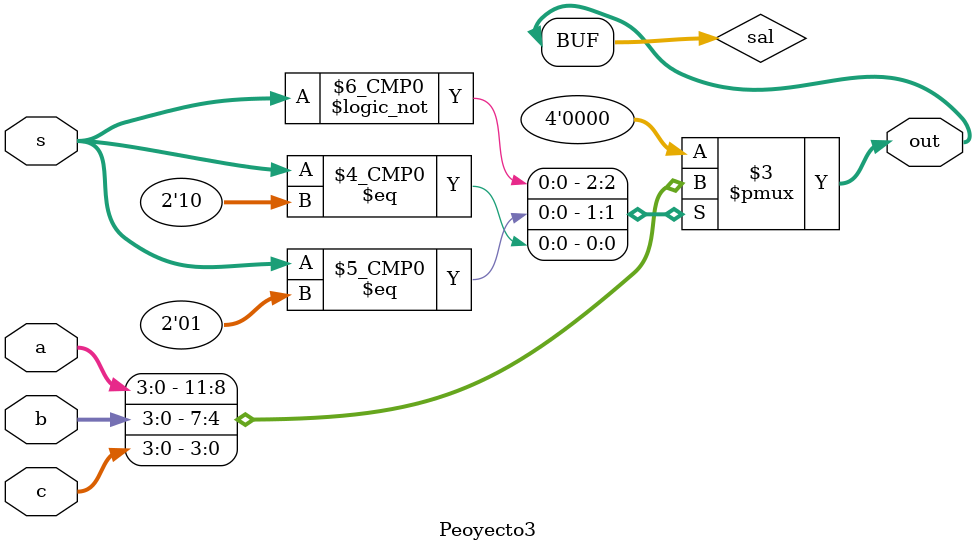
<source format=v>
module Peoyecto3
(
	input [1:0] s,
	input [3:0] a, b, c,
	output [3:0] out
);

reg [3:0]sal;
always @(s, a, b, c)
	case (s)
		3'h0: sal = a;
		3'h1: sal = b;
		3'h2: sal = c;
		default: sal = 0;
	endcase
	assign out = sal;
endmodule
</source>
